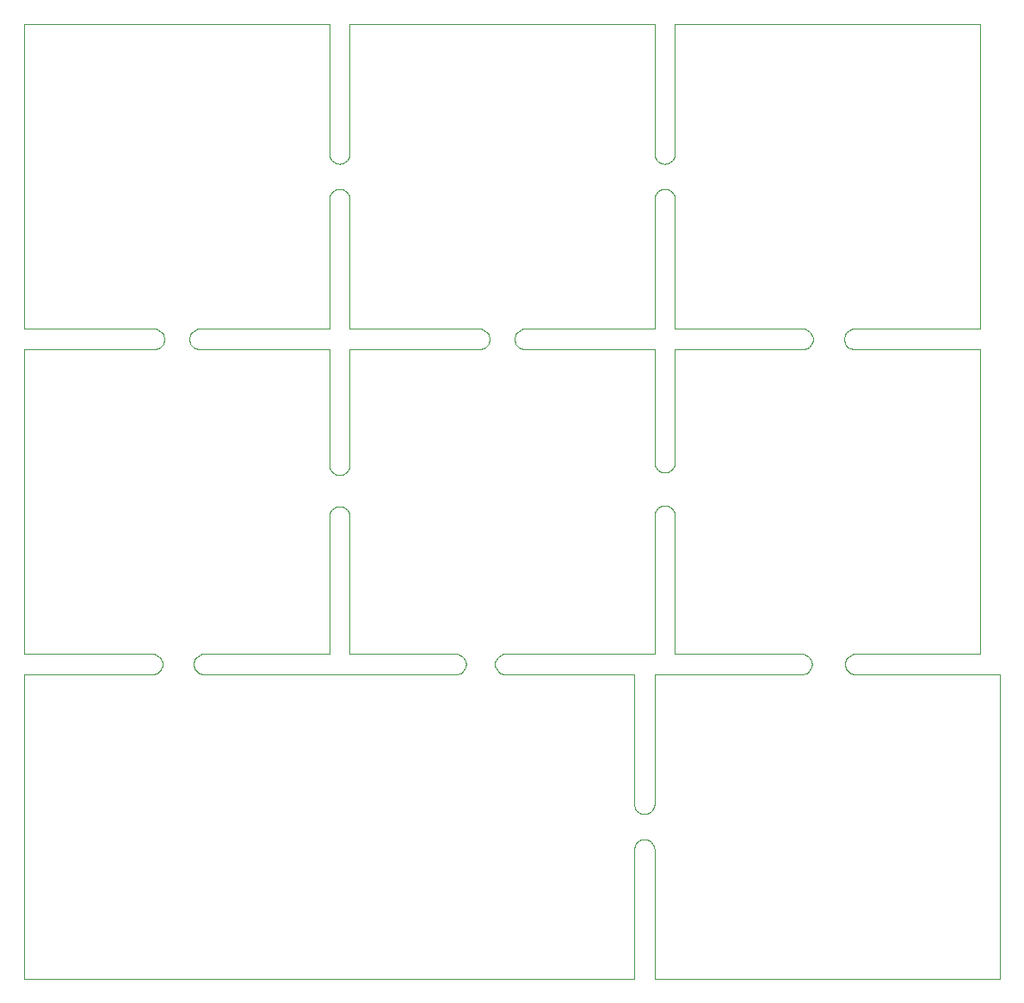
<source format=gko>
%MOIN*%
%OFA0B0*%
%FSLAX44Y44*%
%IPPOS*%
%LPD*%
%ADD10C,0*%
D10*
X00023622Y00011811D02*
X00023622Y00011811D01*
X00018625Y00011811D01*
X00018564Y00011815D01*
X00018504Y00011830D01*
X00018447Y00011853D01*
X00018394Y00011886D01*
X00018347Y00011926D01*
X00018307Y00011973D01*
X00018274Y00012025D01*
X00018251Y00012083D01*
X00018236Y00012143D01*
X00018232Y00012204D01*
X00018236Y00012266D01*
X00018251Y00012326D01*
X00018274Y00012383D01*
X00018307Y00012436D01*
X00018347Y00012483D01*
X00018394Y00012523D01*
X00018447Y00012555D01*
X00018504Y00012579D01*
X00018564Y00012593D01*
X00018625Y00012598D01*
X00018846Y00012598D01*
X00024409Y00012598D01*
X00024409Y00017955D01*
X00024414Y00018017D01*
X00024428Y00018077D01*
X00024452Y00018134D01*
X00024484Y00018187D01*
X00024524Y00018234D01*
X00024571Y00018274D01*
X00024624Y00018306D01*
X00024681Y00018330D01*
X00024741Y00018344D01*
X00024803Y00018349D01*
X00024864Y00018344D01*
X00024924Y00018330D01*
X00024981Y00018306D01*
X00025034Y00018274D01*
X00025081Y00018234D01*
X00025121Y00018187D01*
X00025153Y00018134D01*
X00025177Y00018077D01*
X00025192Y00018017D01*
X00025196Y00017955D01*
X00025196Y00017831D01*
X00025196Y00012598D01*
X00029989Y00012598D01*
X00030113Y00012598D01*
X00030175Y00012593D01*
X00030235Y00012579D01*
X00030292Y00012555D01*
X00030344Y00012523D01*
X00030391Y00012483D01*
X00030431Y00012436D01*
X00030464Y00012383D01*
X00030487Y00012326D01*
X00030502Y00012266D01*
X00030507Y00012204D01*
X00030502Y00012143D01*
X00030487Y00012083D01*
X00030464Y00012025D01*
X00030431Y00011973D01*
X00030391Y00011926D01*
X00030344Y00011886D01*
X00030292Y00011853D01*
X00030235Y00011830D01*
X00030175Y00011815D01*
X00030113Y00011811D01*
X00024409Y00011811D01*
X00024409Y00007086D01*
X00024409Y00006785D01*
X00024404Y00006724D01*
X00024390Y00006664D01*
X00024366Y00006607D01*
X00024334Y00006554D01*
X00024294Y00006507D01*
X00024247Y00006467D01*
X00024194Y00006435D01*
X00024137Y00006411D01*
X00024077Y00006396D01*
X00024015Y00006392D01*
X00023954Y00006396D01*
X00023894Y00006411D01*
X00023837Y00006435D01*
X00023784Y00006467D01*
X00023737Y00006507D01*
X00023697Y00006554D01*
X00023664Y00006607D01*
X00023641Y00006664D01*
X00023626Y00006724D01*
X00023622Y00006785D01*
X00023622Y00011811D01*
X00019685Y00025196D02*
X00019685Y00025196D01*
X00024409Y00025196D01*
X00024409Y00030222D01*
X00024414Y00030283D01*
X00024428Y00030343D01*
X00024452Y00030400D01*
X00024484Y00030453D01*
X00024524Y00030500D01*
X00024571Y00030540D01*
X00024624Y00030572D01*
X00024681Y00030596D01*
X00024741Y00030610D01*
X00024803Y00030615D01*
X00024864Y00030610D01*
X00024924Y00030596D01*
X00024981Y00030572D01*
X00025034Y00030540D01*
X00025081Y00030500D01*
X00025121Y00030453D01*
X00025153Y00030400D01*
X00025177Y00030343D01*
X00025192Y00030283D01*
X00025196Y00030222D01*
X00025196Y00029921D01*
X00025196Y00025196D01*
X00029979Y00025196D01*
X00030150Y00025196D01*
X00030212Y00025192D01*
X00030272Y00025177D01*
X00030329Y00025153D01*
X00030381Y00025121D01*
X00030428Y00025081D01*
X00030469Y00025034D01*
X00030501Y00024981D01*
X00030524Y00024924D01*
X00030539Y00024864D01*
X00030544Y00024803D01*
X00030539Y00024741D01*
X00030524Y00024681D01*
X00030501Y00024624D01*
X00030469Y00024571D01*
X00030428Y00024524D01*
X00030381Y00024484D01*
X00030329Y00024452D01*
X00030272Y00024428D01*
X00030212Y00024414D01*
X00030150Y00024409D01*
X00025196Y00024409D01*
X00025196Y00020152D01*
X00025196Y00020028D01*
X00025192Y00019966D01*
X00025177Y00019906D01*
X00025153Y00019849D01*
X00025121Y00019796D01*
X00025081Y00019749D01*
X00025034Y00019709D01*
X00024981Y00019677D01*
X00024924Y00019653D01*
X00024864Y00019639D01*
X00024803Y00019634D01*
X00024741Y00019639D01*
X00024681Y00019653D01*
X00024624Y00019677D01*
X00024571Y00019709D01*
X00024524Y00019749D01*
X00024484Y00019796D01*
X00024452Y00019849D01*
X00024428Y00019906D01*
X00024414Y00019966D01*
X00024409Y00020028D01*
X00024409Y00024409D01*
X00019384Y00024409D01*
X00019322Y00024414D01*
X00019262Y00024428D01*
X00019205Y00024452D01*
X00019152Y00024484D01*
X00019105Y00024524D01*
X00019065Y00024571D01*
X00019033Y00024624D01*
X00019009Y00024681D01*
X00018995Y00024741D01*
X00018990Y00024803D01*
X00018995Y00024864D01*
X00019009Y00024924D01*
X00019033Y00024981D01*
X00019065Y00025034D01*
X00019105Y00025081D01*
X00019152Y00025121D01*
X00019205Y00025153D01*
X00019262Y00025177D01*
X00019322Y00025192D01*
X00019384Y00025196D01*
X00019685Y00025196D01*
X00012598Y00029921D02*
X00012598Y00029921D01*
X00012598Y00025196D01*
X00017322Y00025196D01*
X00017623Y00025196D01*
X00017685Y00025192D01*
X00017745Y00025177D01*
X00017802Y00025153D01*
X00017855Y00025121D01*
X00017901Y00025081D01*
X00017942Y00025034D01*
X00017974Y00024981D01*
X00017998Y00024924D01*
X00018012Y00024864D01*
X00018017Y00024803D01*
X00018012Y00024741D01*
X00017998Y00024681D01*
X00017974Y00024624D01*
X00017942Y00024571D01*
X00017901Y00024524D01*
X00017855Y00024484D01*
X00017802Y00024452D01*
X00017745Y00024428D01*
X00017685Y00024414D01*
X00017623Y00024409D01*
X00012598Y00024409D01*
X00012598Y00020099D01*
X00012598Y00019928D01*
X00012593Y00019866D01*
X00012579Y00019806D01*
X00012555Y00019749D01*
X00012523Y00019696D01*
X00012483Y00019649D01*
X00012436Y00019609D01*
X00012383Y00019577D01*
X00012326Y00019553D01*
X00012266Y00019539D01*
X00012204Y00019534D01*
X00012143Y00019539D01*
X00012083Y00019553D01*
X00012025Y00019577D01*
X00011973Y00019609D01*
X00011926Y00019649D01*
X00011886Y00019696D01*
X00011853Y00019749D01*
X00011830Y00019806D01*
X00011815Y00019866D01*
X00011811Y00019928D01*
X00011811Y00024409D01*
X00006785Y00024409D01*
X00006724Y00024414D01*
X00006664Y00024428D01*
X00006607Y00024452D01*
X00006554Y00024484D01*
X00006507Y00024524D01*
X00006467Y00024571D01*
X00006435Y00024624D01*
X00006411Y00024681D01*
X00006396Y00024741D01*
X00006392Y00024803D01*
X00006396Y00024864D01*
X00006411Y00024924D01*
X00006435Y00024981D01*
X00006467Y00025034D01*
X00006507Y00025081D01*
X00006554Y00025121D01*
X00006607Y00025153D01*
X00006664Y00025177D01*
X00006724Y00025192D01*
X00006785Y00025196D01*
X00007086Y00025196D01*
X00011811Y00025196D01*
X00011811Y00030222D01*
X00011815Y00030283D01*
X00011830Y00030343D01*
X00011853Y00030400D01*
X00011886Y00030453D01*
X00011926Y00030500D01*
X00011973Y00030540D01*
X00012025Y00030572D01*
X00012083Y00030596D01*
X00012143Y00030610D01*
X00012204Y00030615D01*
X00012266Y00030610D01*
X00012326Y00030596D01*
X00012383Y00030572D01*
X00012436Y00030540D01*
X00012483Y00030500D01*
X00012523Y00030453D01*
X00012555Y00030400D01*
X00012579Y00030343D01*
X00012593Y00030283D01*
X00012598Y00030222D01*
X00012598Y00029921D01*
X00024409Y00037007D02*
X00024409Y00037007D01*
X00012598Y00037007D01*
X00012598Y00032283D01*
X00012598Y00031982D01*
X00012593Y00031921D01*
X00012579Y00031861D01*
X00012555Y00031803D01*
X00012523Y00031751D01*
X00012483Y00031704D01*
X00012436Y00031664D01*
X00012383Y00031631D01*
X00012326Y00031608D01*
X00012266Y00031593D01*
X00012204Y00031589D01*
X00012143Y00031593D01*
X00012083Y00031608D01*
X00012025Y00031631D01*
X00011973Y00031664D01*
X00011926Y00031704D01*
X00011886Y00031751D01*
X00011853Y00031803D01*
X00011830Y00031861D01*
X00011815Y00031921D01*
X00011811Y00031982D01*
X00011811Y00037007D01*
X00000000Y00037007D01*
X00000000Y00025196D01*
X00004724Y00025196D01*
X00005025Y00025196D01*
X00005086Y00025192D01*
X00005146Y00025177D01*
X00005203Y00025153D01*
X00005256Y00025121D01*
X00005303Y00025081D01*
X00005343Y00025034D01*
X00005375Y00024981D01*
X00005399Y00024924D01*
X00005414Y00024864D01*
X00005418Y00024803D01*
X00005414Y00024741D01*
X00005399Y00024681D01*
X00005375Y00024624D01*
X00005343Y00024571D01*
X00005303Y00024524D01*
X00005256Y00024484D01*
X00005203Y00024452D01*
X00005146Y00024428D01*
X00005086Y00024414D01*
X00005025Y00024409D01*
X00000000Y00024409D01*
X00000000Y00012598D01*
X00004782Y00012598D01*
X00004953Y00012598D01*
X00005015Y00012593D01*
X00005075Y00012579D01*
X00005132Y00012555D01*
X00005185Y00012523D01*
X00005232Y00012483D01*
X00005272Y00012436D01*
X00005304Y00012383D01*
X00005328Y00012326D01*
X00005342Y00012266D01*
X00005347Y00012204D01*
X00005342Y00012143D01*
X00005328Y00012083D01*
X00005304Y00012025D01*
X00005272Y00011973D01*
X00005232Y00011926D01*
X00005185Y00011886D01*
X00005132Y00011853D01*
X00005075Y00011830D01*
X00005015Y00011815D01*
X00004953Y00011811D01*
X00000000Y00011811D01*
X00000000Y00000000D01*
X00023622Y00000000D01*
X00023622Y00005025D01*
X00023626Y00005086D01*
X00023641Y00005146D01*
X00023664Y00005203D01*
X00023697Y00005256D01*
X00023737Y00005303D01*
X00023784Y00005343D01*
X00023837Y00005375D01*
X00023894Y00005399D01*
X00023954Y00005414D01*
X00024015Y00005418D01*
X00024077Y00005414D01*
X00024137Y00005399D01*
X00024194Y00005375D01*
X00024247Y00005343D01*
X00024294Y00005303D01*
X00024334Y00005256D01*
X00024366Y00005203D01*
X00024390Y00005146D01*
X00024404Y00005086D01*
X00024409Y00005025D01*
X00024409Y00004724D01*
X00024409Y00000000D01*
X00037795Y00000000D01*
X00037795Y00011811D01*
X00032185Y00011811D01*
X00032124Y00011815D01*
X00032064Y00011830D01*
X00032007Y00011853D01*
X00031954Y00011886D01*
X00031907Y00011926D01*
X00031867Y00011973D01*
X00031834Y00012025D01*
X00031811Y00012083D01*
X00031796Y00012143D01*
X00031792Y00012204D01*
X00031796Y00012266D01*
X00031811Y00012326D01*
X00031834Y00012383D01*
X00031867Y00012436D01*
X00031907Y00012483D01*
X00031954Y00012523D01*
X00032007Y00012555D01*
X00032064Y00012579D01*
X00032124Y00012593D01*
X00032185Y00012598D01*
X00032309Y00012598D01*
X00037007Y00012598D01*
X00037007Y00024409D01*
X00032148Y00024409D01*
X00032087Y00024414D01*
X00032027Y00024428D01*
X00031969Y00024452D01*
X00031917Y00024484D01*
X00031870Y00024524D01*
X00031830Y00024571D01*
X00031797Y00024624D01*
X00031774Y00024681D01*
X00031759Y00024741D01*
X00031755Y00024803D01*
X00031759Y00024864D01*
X00031774Y00024924D01*
X00031797Y00024981D01*
X00031830Y00025034D01*
X00031870Y00025081D01*
X00031917Y00025121D01*
X00031969Y00025153D01*
X00032027Y00025177D01*
X00032087Y00025192D01*
X00032148Y00025196D01*
X00032320Y00025196D01*
X00037007Y00025196D01*
X00037007Y00037007D01*
X00025196Y00037007D01*
X00025196Y00032283D01*
X00025196Y00031982D01*
X00025192Y00031921D01*
X00025177Y00031861D01*
X00025153Y00031803D01*
X00025121Y00031751D01*
X00025081Y00031704D01*
X00025034Y00031664D01*
X00024981Y00031631D01*
X00024924Y00031608D01*
X00024864Y00031593D01*
X00024803Y00031589D01*
X00024741Y00031593D01*
X00024681Y00031608D01*
X00024624Y00031631D01*
X00024571Y00031664D01*
X00024524Y00031704D01*
X00024484Y00031751D01*
X00024452Y00031803D01*
X00024428Y00031861D01*
X00024414Y00031921D01*
X00024409Y00031982D01*
X00024409Y00037007D01*
X00006951Y00011811D02*
X00006951Y00011811D01*
X00006890Y00011815D01*
X00006830Y00011830D01*
X00006773Y00011853D01*
X00006720Y00011886D01*
X00006673Y00011926D01*
X00006633Y00011973D01*
X00006601Y00012025D01*
X00006577Y00012083D01*
X00006563Y00012143D01*
X00006558Y00012204D01*
X00006563Y00012266D01*
X00006577Y00012326D01*
X00006601Y00012383D01*
X00006633Y00012436D01*
X00006673Y00012483D01*
X00006720Y00012523D01*
X00006773Y00012555D01*
X00006830Y00012579D01*
X00006890Y00012593D01*
X00006951Y00012598D01*
X00007123Y00012598D01*
X00011811Y00012598D01*
X00011811Y00017930D01*
X00011815Y00017991D01*
X00011830Y00018051D01*
X00011853Y00018108D01*
X00011886Y00018161D01*
X00011926Y00018208D01*
X00011973Y00018248D01*
X00012025Y00018280D01*
X00012083Y00018304D01*
X00012143Y00018318D01*
X00012204Y00018323D01*
X00012266Y00018318D01*
X00012326Y00018304D01*
X00012383Y00018280D01*
X00012436Y00018248D01*
X00012483Y00018208D01*
X00012523Y00018161D01*
X00012555Y00018108D01*
X00012579Y00018051D01*
X00012593Y00017991D01*
X00012598Y00017930D01*
X00012598Y00017758D01*
X00012598Y00012598D01*
X00016491Y00012598D01*
X00016712Y00012598D01*
X00016774Y00012593D01*
X00016834Y00012579D01*
X00016891Y00012555D01*
X00016944Y00012523D01*
X00016991Y00012483D01*
X00017031Y00012436D01*
X00017063Y00012383D01*
X00017087Y00012326D01*
X00017101Y00012266D01*
X00017106Y00012204D01*
X00017101Y00012143D01*
X00017087Y00012083D01*
X00017063Y00012025D01*
X00017031Y00011973D01*
X00016991Y00011926D01*
X00016944Y00011886D01*
X00016891Y00011853D01*
X00016834Y00011830D01*
X00016774Y00011815D01*
X00016712Y00011811D01*
X00006951Y00011811D01*
M02*
</source>
